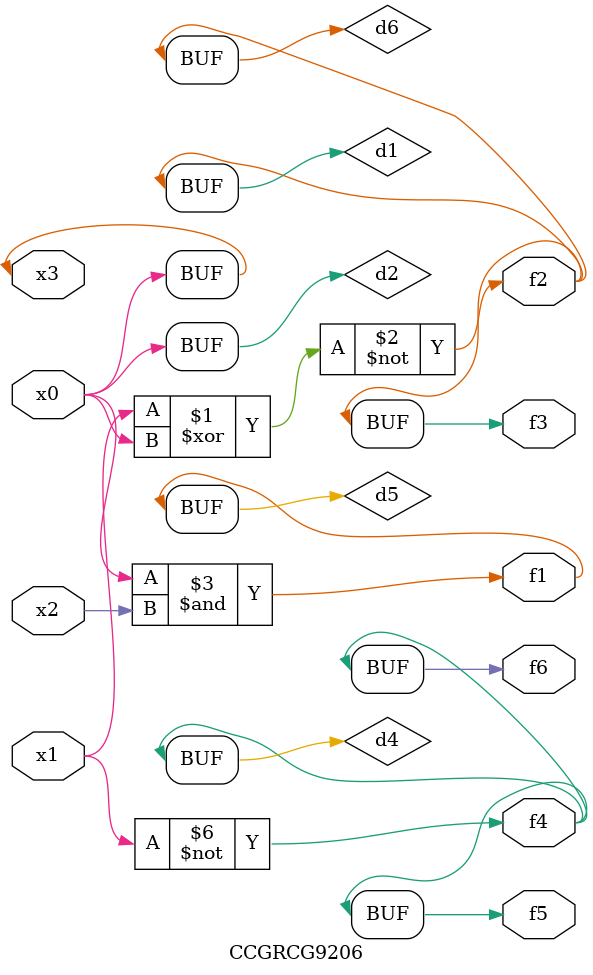
<source format=v>
module CCGRCG9206(
	input x0, x1, x2, x3,
	output f1, f2, f3, f4, f5, f6
);

	wire d1, d2, d3, d4, d5, d6;

	xnor (d1, x1, x3);
	buf (d2, x0, x3);
	nand (d3, x0, x2);
	not (d4, x1);
	nand (d5, d3);
	or (d6, d1);
	assign f1 = d5;
	assign f2 = d6;
	assign f3 = d6;
	assign f4 = d4;
	assign f5 = d4;
	assign f6 = d4;
endmodule

</source>
